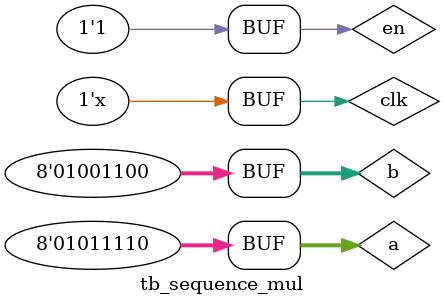
<source format=v>

`timescale 1ns/1ps

module tb_sequence_mul;
	
	reg 						clk;
	reg 						en;
	reg 		[ 7:0]			a;
	reg 		[ 7:0]			b;
	wire 		[15:0]			z;
	wire						z_flag;

	initial clk    = 0;
	always #10 clk = ~clk;

	initial begin
		en         <=      1'b0;
		#200
		en         <=      1'b1;
		a          <=      8'haf;
		b          <=      8'h34;
		#300
		en         <=      1'b0;
		#200
		en         <=      1'b1;
		a          <=      8'h5e;
		b          <=      8'h4c;
	end

	sequence_mul inst_sequence_mul (
		.clk(clk),
		.en(en),
		.a(a),
		.b(b),
		.z(z),
		.z_flag(z_flag)
		);

endmodule
</source>
